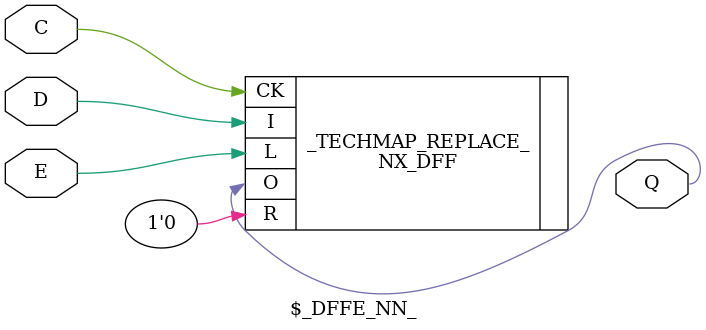
<source format=v>
`default_nettype none

module \$lut (A, Y);
  parameter WIDTH = 0;
  parameter LUT = 0;

  (* force_downto *)
  input [WIDTH-1:0] A;
  output Y;

  generate
    if (WIDTH == 1) begin
      localparam [15:0] INIT = {{2{LUT[1:0]}}, {2{LUT[1:0]}}, {2{LUT[1:0]}}, {2{LUT[1:0]}},
                                {2{LUT[1:0]}}, {2{LUT[1:0]}}, {2{LUT[1:0]}}, {2{LUT[1:0]}}};
      NX_LUT #(.lut_table(INIT)) _TECHMAP_REPLACE_ (.O(Y),
        .I1(A[0]), .I2(1'b0), .I3(1'b0), .I4(1'b0));
    end else
    if (WIDTH == 2) begin
      localparam [15:0] INIT = {{4{LUT[3:0]}}, {4{LUT[3:0]}}, {4{LUT[3:0]}}, {4{LUT[3:0]}}};
      NX_LUT #(.lut_table(INIT)) _TECHMAP_REPLACE_ (.O(Y),
        .I1(A[0]), .I2(A[1]), .I3(1'b0), .I4(1'b0), );
    end else
    if (WIDTH == 3) begin
      localparam [15:0] INIT = {{8{LUT[7:0]}}, {8{LUT[7:0]}}};
      NX_LUT #(.lut_table(INIT)) _TECHMAP_REPLACE_ (.O(Y),
        .I1(A[0]), .I2(A[1]), .I3(A[2]), .I4(1'b0));
    end else
    if (WIDTH == 4) begin
      NX_LUT #(.lut_table(LUT)) _TECHMAP_REPLACE_ (.O(Y),
        .I1(A[0]), .I2(A[1]), .I3(A[2]), .I4(A[3]));
    end else begin
      wire _TECHMAP_FAIL_ = 1;
    end
  endgenerate
endmodule

(* techmap_celltype = "$_DFF_[NP]P[01]_" *)
module \$_DFF_xxxx_ (input D, C, R, output Q);
	parameter _TECHMAP_CELLTYPE_ = "";
  localparam dff_edge = _TECHMAP_CELLTYPE_[3*8 +: 8] == "N";
  localparam dff_type = _TECHMAP_CELLTYPE_[1*8 +: 8] == "1";
  wire _TECHMAP_REMOVEINIT_Q_ = 1'b1;
  NX_DFF #(.dff_ctxt(1'b0), .dff_edge(dff_edge), .dff_init(1'b1), .dff_load(1'b0), .dff_sync(1'b0), .dff_type(dff_type)) _TECHMAP_REPLACE_ (.I(D), .CK(C), .L(1'b1), .R(R), .O(Q));
endmodule

(* techmap_celltype = "$_SDFF_[NP]P[01]_" *)
module \$_SDFF_xxxx_ (input D, C, R, output Q);
	parameter _TECHMAP_CELLTYPE_ = "";
  localparam dff_edge = _TECHMAP_CELLTYPE_[3*8 +: 8] == "N";
  localparam dff_type = _TECHMAP_CELLTYPE_[1*8 +: 8] == "1";
  wire _TECHMAP_REMOVEINIT_Q_ = 1'b1;
  NX_DFF #(.dff_ctxt(1'b0), .dff_edge(dff_edge), .dff_init(1'b1), .dff_load(1'b0), .dff_sync(1'b1), .dff_type(dff_type)) _TECHMAP_REPLACE_ (.I(D), .CK(C), .L(1'b1), .R(R), .O(Q));
endmodule

(* techmap_celltype = "$_DFFE_[NP]P[01]P_" *)
module \$_DFFE_xxxx_ (input D, C, R, E, output Q);
	parameter _TECHMAP_CELLTYPE_ = "";
  localparam dff_edge = _TECHMAP_CELLTYPE_[4*8 +: 8] == "N";
  localparam dff_type = _TECHMAP_CELLTYPE_[2*8 +: 8] == "1";
  wire _TECHMAP_REMOVEINIT_Q_ = 1'b1;
  NX_DFF #(.dff_ctxt(1'b0), .dff_edge(dff_edge), .dff_init(1'b1), .dff_load(1'b1), .dff_sync(1'b0), .dff_type(dff_type)) _TECHMAP_REPLACE_ (.I(D), .CK(C), .L(E), .R(R), .O(Q));
endmodule

(* techmap_celltype = "$_SDFFE_[NP]P[01]P_" *)
module \$_SDFFE_xxxx_ (input D, C, R, E, output Q);
	parameter _TECHMAP_CELLTYPE_ = "";
  localparam dff_edge = _TECHMAP_CELLTYPE_[4*8 +: 8] == "N";
  localparam dff_type = _TECHMAP_CELLTYPE_[2*8 +: 8] == "1";
  wire _TECHMAP_REMOVEINIT_Q_ = 1'b1;
  NX_DFF #(.dff_ctxt(1'b0), .dff_edge(dff_edge), .dff_init(1'b1), .dff_load(1'b1), .dff_sync(1'b1), .dff_type(dff_type)) _TECHMAP_REPLACE_ (.I(D), .CK(C), .L(E), .R(R), .O(Q));
endmodule

module \$_DFF_P_ (input D, C, output Q);
  wire _TECHMAP_REMOVEINIT_Q_ = 1'b1;
  NX_DFF #(.dff_ctxt(1'b0), .dff_edge(1'b0), .dff_init(1'b0), .dff_load(1'b0), .dff_sync(1'b0), .dff_type(1'b0)) _TECHMAP_REPLACE_ (.I(D), .CK(C), .L(1'b1), .R(1'b0), .O(Q));
endmodule

module \$_DFF_N_ (input D, C, output Q);
  wire _TECHMAP_REMOVEINIT_Q_ = 1'b1;
  NX_DFF #(.dff_ctxt(1'b0), .dff_edge(1'b1), .dff_init(1'b0), .dff_load(1'b0), .dff_sync(1'b0), .dff_type(1'b0)) _TECHMAP_REPLACE_ (.I(D), .CK(C), .L(1'b1), .R(1'b0), .O(Q));
endmodule

module \$_DFFE_PP_ (input D, C, E, output Q);
  wire _TECHMAP_REMOVEINIT_Q_ = 1'b1;
  NX_DFF #(.dff_ctxt(1'b0), .dff_edge(1'b0), .dff_init(1'b0), .dff_load(1'b1), .dff_sync(1'b0), .dff_type(1'b0)) _TECHMAP_REPLACE_ (.I(D), .CK(C), .L(E), .R(1'b0), .O(Q));
endmodule

module \$_DFFE_NN_ (input D, C, E, output Q);
  wire _TECHMAP_REMOVEINIT_Q_ = 1'b1;
  NX_DFF #(.dff_ctxt(1'b0), .dff_edge(1'b1), .dff_init(1'b0), .dff_load(1'b1), .dff_sync(1'b0), .dff_type(1'b0)) _TECHMAP_REPLACE_ (.I(D), .CK(C), .L(E), .R(1'b0), .O(Q));
endmodule

</source>
